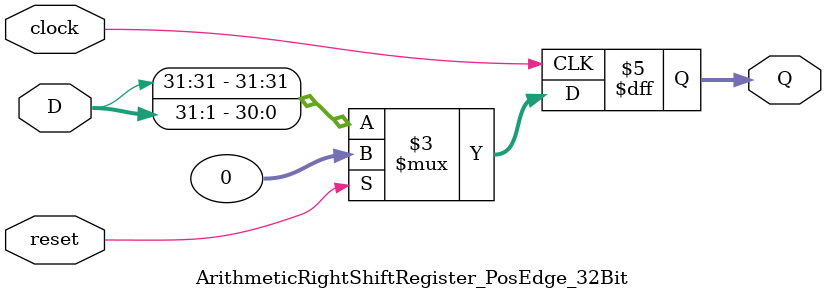
<source format=v>
module ArithmeticRightShiftRegister_PosEdge_32Bit (clock, reset, D, Q);
    input clock;
    input reset;
    input [31:0] D;
    output reg [31:0] Q;

    always @(posedge clock)
    begin
        if (reset)
            Q <= 32'b00000000000000000000000000000000;
        else
            Q <= {D[31], D[31:1]};        
    end
endmodule

</source>
